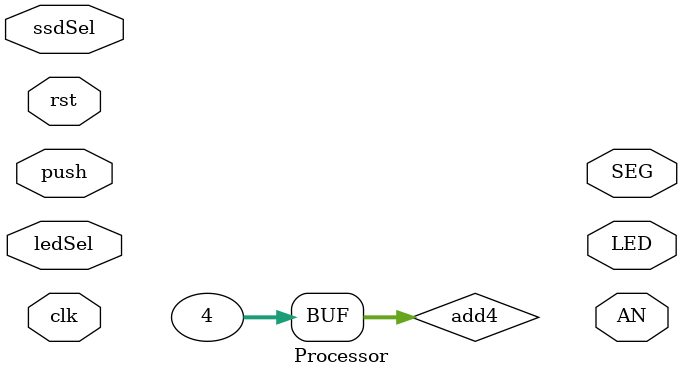
<source format=v>
`timescale 1ns / 1ps


module Processor(input clk, rst, input [1:0] ledSel, input [3:0] ssdSel, input push,   output reg[15:0] LED, output [3:0] AN, output[6:0] SEG);

 wire[31:0] next_pc;
 wire [31:0] curr_pc;
 wire [31:0] pcadd4;
 wire [31:0]add4; assign add4 = 4;
 adder INCPC(curr_pc, add4, pcadd4);
 
 // pc register
 nbitregister  #( 32) pc(push, 1, rst, next_pc, curr_pc );
 
 // instmeme
 wire [31:0] inst;
 instmem im( {2'b00,curr_pc[31:2]}, inst);

 

//CU 
wire [2:0]branch;  
wire [1:0] writeBackVal ;
wire  pcSel;
wire memWrite, alusrc2sel,regWrite,memRead,jStart, jump, jal_jalr;
wire [3:0] ALUOp ;
wire [1:0] storeSize ;
wire [2:0]readSize;
cu CUU (inst[6:2], inst[14:12] , inst[31:25], branch, pcSel,memRead,writeBackVal,memWrite, alusrc2sel,regWrite,ALUOp, readSize,storeSize,jStart,jump,jal_jalr);


// imm gen
wire[31:0] IMM;
rv32_ImmGen ImmGen(inst, IMM);



//RF
wire [31:0] WB_data; // remember to set to 0
wire [31:0] R1, R2;
RF RegFile(push, rst, inst[19:15], inst[24:20], inst[11:7], WB_data, regWrite, R1, R2);  

// muxSel 
wire [31:0] alusrc2val;
nmux AluMux(R2, IMM, alusrc2sel, alusrc2val);


// alu
wire [31:0] AluOut;
wire cf, zf, vf, sf; 
prv32_ALU ALU(R1,alusrc2val,inst[24:20],ALUOp,cf,zf,vf,sf,AluOut);
wire branchSignal; 
BranchUnit Branchunit (branch, zf,cf,vf,sf, branchSignal);

// dataMem
wire [31:0] DMoutput;
// issue with 4th parameter
datamem DM(push, memRead , memWrite , {2'b00, AluOut[31:2]}, R2, DMoutput ) ;

// Write Back 
x41Mux WBmux (AluOut, DMoutput, pcadd4, 0, writeBackVal, WB_data);


// nextPc selection 
wire [31:0] immPC ; 
nmux jalselMux (IMM,AluOut, jump,immPC); // issue not sure with jStart
wire [31:0]pcimm; 
adder pcimmAdd (curr_pc ,immPC, pcimm);
wire [31:0] pcval;
wire selectpcval;
assign selectpcval = branchSignal | jal_jalr;
nmux #(32)nnmuxx (pcadd4,pcimm,selectpcval, pcval);
wire [31:0]last;
// issue branch Signal should be 1 if we have jal/jalr
nmux blastmux (pcval, curr_pc,pcSel,last);
nmux lastmux (last, 0, jStart, next_pc);
endmodule

</source>
